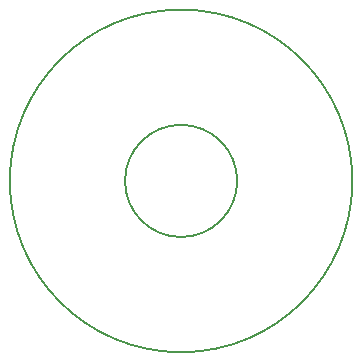
<source format=gbr>
%TF.GenerationSoftware,KiCad,Pcbnew,(6.0.4)*%
%TF.CreationDate,2022-05-31T22:59:13-07:00*%
%TF.ProjectId,VP_SPEAKER_ADAPTER,56505f53-5045-4414-9b45-525f41444150,rev?*%
%TF.SameCoordinates,Original*%
%TF.FileFunction,Profile,NP*%
%FSLAX46Y46*%
G04 Gerber Fmt 4.6, Leading zero omitted, Abs format (unit mm)*
G04 Created by KiCad (PCBNEW (6.0.4)) date 2022-05-31 22:59:13*
%MOMM*%
%LPD*%
G01*
G04 APERTURE LIST*
%TA.AperFunction,Profile*%
%ADD10C,0.200000*%
%TD*%
G04 APERTURE END LIST*
D10*
X184500000Y-100000000D02*
G75*
G03*
X184500000Y-100000000I-14500000J0D01*
G01*
X174750000Y-100000000D02*
G75*
G03*
X174750000Y-100000000I-4750000J0D01*
G01*
M02*

</source>
